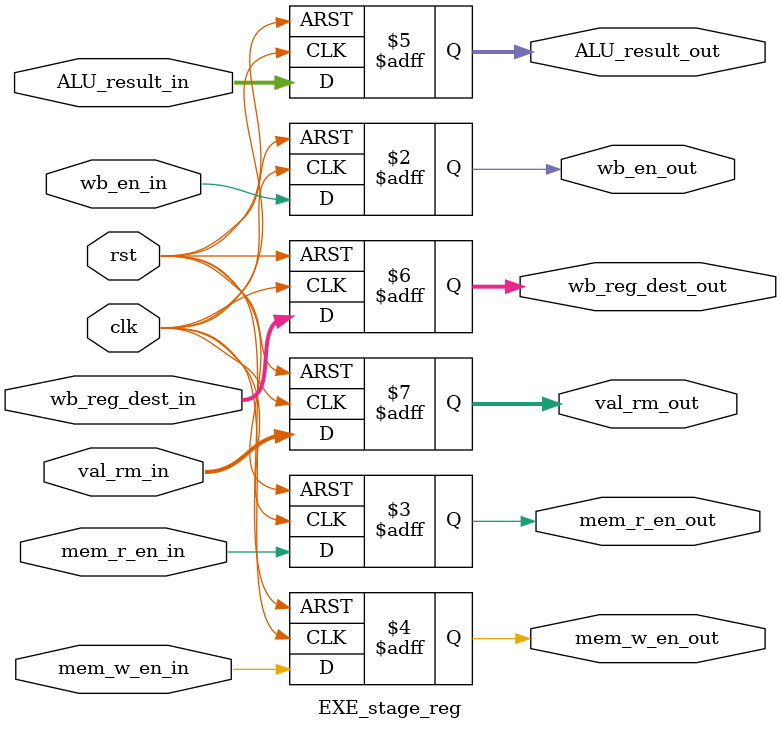
<source format=v>
module EXE_stage_reg(
    input               clk,
    input               rst,
    input               wb_en_in,
    input               mem_r_en_in,
    input               mem_w_en_in,
    input       [31:0]  ALU_result_in,
    input       [3:0]   wb_reg_dest_in,
    input       [31:0]  val_rm_in,

    output reg          wb_en_out,
    output reg          mem_r_en_out,
    output reg          mem_w_en_out,
    output reg  [31:0]  ALU_result_out,
    output reg  [3:0]   wb_reg_dest_out,
    output reg  [31:0]  val_rm_out
);

    always @(posedge clk, posedge rst) begin
        if (rst) begin
            wb_en_out                       <= 0;        
            mem_r_en_out                    <= 0;            
            mem_w_en_out                    <= 0;            
            ALU_result_out                  <= 0;            
            wb_reg_dest_out                 <= 0;            
            val_rm_out                      <= 0;
        end
        else begin
            wb_en_out                       <= wb_en_in;        
            mem_r_en_out                    <= mem_r_en_in;            
            mem_w_en_out                    <= mem_w_en_in;            
            ALU_result_out                  <= ALU_result_in;            
            wb_reg_dest_out                 <= wb_reg_dest_in;            
            val_rm_out                      <= val_rm_in;
        end
    end

endmodule
</source>
